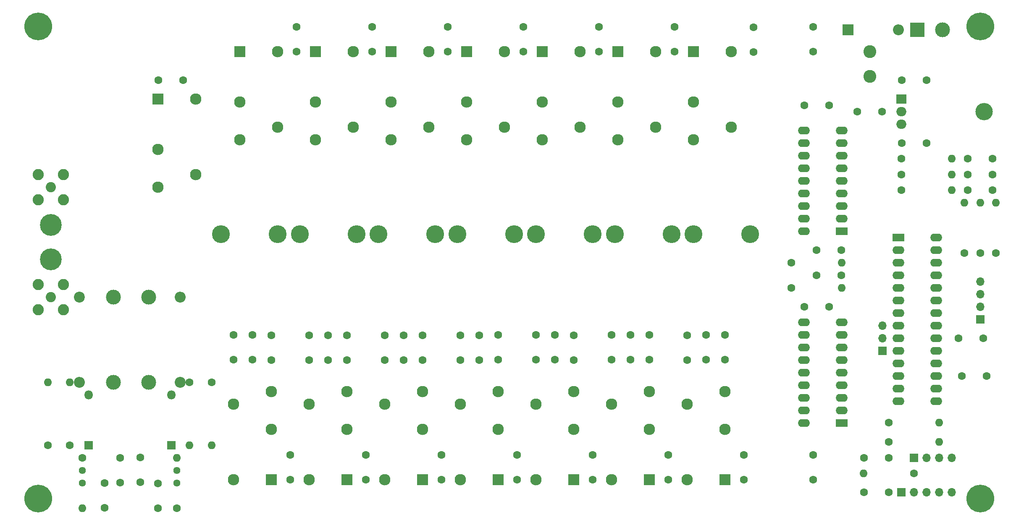
<source format=gbr>
%TF.GenerationSoftware,KiCad,Pcbnew,7.0.6-7.0.6~ubuntu22.04.1*%
%TF.CreationDate,2023-08-27T09:10:39+02:00*%
%TF.ProjectId,ATU-7X7-RF-SEC-VG2,4154552d-3758-4372-9d52-462d5345432d,1*%
%TF.SameCoordinates,Original*%
%TF.FileFunction,Soldermask,Top*%
%TF.FilePolarity,Negative*%
%FSLAX46Y46*%
G04 Gerber Fmt 4.6, Leading zero omitted, Abs format (unit mm)*
G04 Created by KiCad (PCBNEW 7.0.6-7.0.6~ubuntu22.04.1) date 2023-08-27 09:10:39*
%MOMM*%
%LPD*%
G01*
G04 APERTURE LIST*
%ADD10C,1.600000*%
%ADD11C,4.400000*%
%ADD12R,1.800000X1.800000*%
%ADD13O,1.800000X1.800000*%
%ADD14C,3.600000*%
%ADD15C,5.600000*%
%ADD16R,2.200000X2.200000*%
%ADD17O,2.200000X2.200000*%
%ADD18R,2.300000X2.300000*%
%ADD19C,2.300000*%
%ADD20C,2.050000*%
%ADD21C,2.250000*%
%ADD22C,1.440000*%
%ADD23O,1.600000X1.600000*%
%ADD24R,2.400000X1.600000*%
%ADD25O,2.400000X1.600000*%
%ADD26C,2.200000*%
%ADD27C,3.000000*%
%ADD28R,1.700000X1.700000*%
%ADD29O,1.700000X1.700000*%
%ADD30R,3.000000X3.000000*%
%ADD31O,3.500000X3.500000*%
%ADD32R,2.000000X1.905000*%
%ADD33O,2.000000X1.905000*%
%ADD34C,2.600000*%
G04 APERTURE END LIST*
D10*
%TO.C,C30*%
X271780000Y-190540000D03*
X271780000Y-195540000D03*
%TD*%
D11*
%TO.C,J13*%
X118110000Y-144145000D03*
%TD*%
D10*
%TO.C,C4.1*%
X204470000Y-166450000D03*
X204470000Y-171450000D03*
%TD*%
%TO.C,C6.2*%
X231140000Y-166370000D03*
X231140000Y-171370000D03*
%TD*%
%TO.C,C7.2*%
X246380000Y-166410000D03*
X246380000Y-171410000D03*
%TD*%
%TO.C,C1.2*%
X154940000Y-166370000D03*
X154940000Y-171370000D03*
%TD*%
%TO.C,C2.2*%
X170180000Y-166450000D03*
X170180000Y-171450000D03*
%TD*%
%TO.C,C3.2*%
X193040000Y-166410000D03*
X193040000Y-171410000D03*
%TD*%
%TO.C,C4.2*%
X200660000Y-166450000D03*
X200660000Y-171450000D03*
%TD*%
%TO.C,C6*%
X238760000Y-166330000D03*
X238760000Y-171330000D03*
%TD*%
%TO.C,C6.1*%
X234950000Y-166330000D03*
X234950000Y-171330000D03*
%TD*%
%TO.C,C7.1*%
X254000000Y-166370000D03*
X254000000Y-171370000D03*
%TD*%
%TO.C,C1.1*%
X158750000Y-166370000D03*
X158750000Y-171370000D03*
%TD*%
%TO.C,C2*%
X177800000Y-166410000D03*
X177800000Y-171410000D03*
%TD*%
%TO.C,C2.1*%
X173990000Y-166410000D03*
X173990000Y-171410000D03*
%TD*%
%TO.C,C3*%
X185420000Y-166410000D03*
X185420000Y-171410000D03*
%TD*%
%TO.C,C3.1*%
X189230000Y-166410000D03*
X189230000Y-171410000D03*
%TD*%
%TO.C,C4*%
X208280000Y-166370000D03*
X208280000Y-171370000D03*
%TD*%
D11*
%TO.C,J15*%
X118110000Y-151130000D03*
%TD*%
D10*
%TO.C,C5.2*%
X215900000Y-166370000D03*
X215900000Y-171370000D03*
%TD*%
%TO.C,C5*%
X219710000Y-166370000D03*
X219710000Y-171370000D03*
%TD*%
%TO.C,C5.1*%
X223520000Y-166410000D03*
X223520000Y-171410000D03*
%TD*%
%TO.C,C7*%
X250190000Y-166370000D03*
X250190000Y-171370000D03*
%TD*%
%TO.C,C1*%
X162560000Y-166410000D03*
X162560000Y-171410000D03*
%TD*%
D12*
%TO.C,D1*%
X142367000Y-188595000D03*
D13*
X142367000Y-178435000D03*
%TD*%
D14*
%TO.C,L2*%
X179705000Y-146050000D03*
X168265000Y-146050000D03*
%TD*%
D15*
%TO.C,H3*%
X115570000Y-199390000D03*
%TD*%
D16*
%TO.C,D3*%
X278765000Y-104775000D03*
D17*
X288925000Y-104775000D03*
%TD*%
D18*
%TO.C,K5*%
X217180000Y-109235000D03*
D19*
X217180000Y-119395000D03*
X217180000Y-127015000D03*
X224800000Y-124475000D03*
X224800000Y-109235000D03*
%TD*%
D15*
%TO.C,H4*%
X305435000Y-199390000D03*
%TD*%
D10*
%TO.C,C15*%
X213360000Y-109220000D03*
X213360000Y-104220000D03*
%TD*%
D18*
%TO.C,K1*%
X156220000Y-109220000D03*
D19*
X156220000Y-119380000D03*
X156220000Y-127000000D03*
X163840000Y-124460000D03*
X163840000Y-109220000D03*
%TD*%
D10*
%TO.C,C26*%
X257810000Y-195580000D03*
X257810000Y-190580000D03*
%TD*%
D20*
%TO.C,J10*%
X118110000Y-136525000D03*
D21*
X115570000Y-133985000D03*
X115570000Y-139065000D03*
X120650000Y-133985000D03*
X120650000Y-139065000D03*
%TD*%
D22*
%TO.C,RV2*%
X124460000Y-191135000D03*
X124460000Y-193675000D03*
X124460000Y-196215000D03*
%TD*%
D18*
%TO.C,K4*%
X201930000Y-109220000D03*
D19*
X201930000Y-119380000D03*
X201930000Y-127000000D03*
X209550000Y-124460000D03*
X209550000Y-109220000D03*
%TD*%
D10*
%TO.C,C41*%
X302935000Y-137160000D03*
X307935000Y-137160000D03*
%TD*%
%TO.C,C40*%
X287020000Y-191135000D03*
X282020000Y-191135000D03*
%TD*%
D14*
%TO.C,L3*%
X195580000Y-146050000D03*
X184140000Y-146050000D03*
%TD*%
D10*
%TO.C,C8*%
X136144000Y-196088000D03*
X136144000Y-191088000D03*
%TD*%
%TO.C,R4*%
X124460000Y-191135000D03*
D23*
X124460000Y-201295000D03*
%TD*%
D22*
%TO.C,RV1*%
X143510000Y-191135000D03*
X143510000Y-193675000D03*
X143510000Y-196215000D03*
%TD*%
D10*
%TO.C,C11*%
X128905000Y-196255000D03*
X128905000Y-201255000D03*
%TD*%
D24*
%TO.C,U1*%
X277495000Y-145415000D03*
D25*
X277495000Y-142875000D03*
X277495000Y-140335000D03*
X277495000Y-137795000D03*
X277495000Y-135255000D03*
X277495000Y-132715000D03*
X277495000Y-130175000D03*
X277495000Y-127635000D03*
X277495000Y-125095000D03*
X269875000Y-125095000D03*
X269875000Y-127635000D03*
X269875000Y-130175000D03*
X269875000Y-132715000D03*
X269875000Y-135255000D03*
X269875000Y-137795000D03*
X269875000Y-140335000D03*
X269875000Y-142875000D03*
X269875000Y-145415000D03*
%TD*%
D18*
%TO.C,K6*%
X232420000Y-109235000D03*
D19*
X232420000Y-119395000D03*
X232420000Y-127015000D03*
X240040000Y-124475000D03*
X240040000Y-109235000D03*
%TD*%
D10*
%TO.C,R10*%
X289560000Y-130810000D03*
D23*
X299720000Y-130810000D03*
%TD*%
D18*
%TO.C,K10*%
X177790000Y-195565000D03*
D19*
X177790000Y-185405000D03*
X177790000Y-177785000D03*
X170170000Y-180325000D03*
X170170000Y-195565000D03*
%TD*%
D10*
%TO.C,C29*%
X277455000Y-154305000D03*
X272455000Y-154305000D03*
%TD*%
%TO.C,R6*%
X267335000Y-151765000D03*
D23*
X277495000Y-151765000D03*
%TD*%
D10*
%TO.C,C39*%
X287020000Y-198120000D03*
X282020000Y-198120000D03*
%TD*%
D18*
%TO.C,K12*%
X208280000Y-195580000D03*
D19*
X208280000Y-185420000D03*
X208280000Y-177800000D03*
X200660000Y-180340000D03*
X200660000Y-195580000D03*
%TD*%
D26*
%TO.C,T2*%
X144145000Y-175895000D03*
D17*
X123825000Y-175895000D03*
%TD*%
D10*
%TO.C,R12*%
X287020000Y-187960000D03*
D23*
X297180000Y-187960000D03*
%TD*%
D26*
%TO.C,T1*%
X123825000Y-158750000D03*
D17*
X144145000Y-158750000D03*
%TD*%
D18*
%TO.C,K9*%
X162560000Y-195580000D03*
D19*
X162560000Y-185420000D03*
X162560000Y-177800000D03*
X154940000Y-180340000D03*
X154940000Y-195580000D03*
%TD*%
D18*
%TO.C,K11*%
X193040000Y-195580000D03*
D19*
X193040000Y-185420000D03*
X193040000Y-177800000D03*
X185420000Y-180340000D03*
X185420000Y-195580000D03*
%TD*%
D18*
%TO.C,K8*%
X139710000Y-118760000D03*
D19*
X139710000Y-128920000D03*
X139710000Y-136540000D03*
X147330000Y-134000000D03*
X147330000Y-118760000D03*
%TD*%
D14*
%TO.C,L7*%
X259080000Y-146050000D03*
X247640000Y-146050000D03*
%TD*%
D10*
%TO.C,C22*%
X196850000Y-195540000D03*
X196850000Y-190540000D03*
%TD*%
D27*
%TO.C,T1.1*%
X137795000Y-158750000D03*
X130695000Y-158750000D03*
%TD*%
D10*
%TO.C,R2.1*%
X117475000Y-188595000D03*
D23*
X117475000Y-175895000D03*
%TD*%
D10*
%TO.C,C37*%
X302895000Y-130810000D03*
X307895000Y-130810000D03*
%TD*%
D14*
%TO.C,L1*%
X163830000Y-146050000D03*
X152390000Y-146050000D03*
%TD*%
D10*
%TO.C,C33*%
X294600000Y-114935000D03*
X289600000Y-114935000D03*
%TD*%
%TO.C,C17*%
X243840000Y-109220000D03*
X243840000Y-104220000D03*
%TD*%
D24*
%TO.C,U2*%
X277495000Y-184150000D03*
D25*
X277495000Y-181610000D03*
X277495000Y-179070000D03*
X277495000Y-176530000D03*
X277495000Y-173990000D03*
X277495000Y-171450000D03*
X277495000Y-168910000D03*
X277495000Y-166370000D03*
X277495000Y-163830000D03*
X269875000Y-163830000D03*
X269875000Y-166370000D03*
X269875000Y-168910000D03*
X269875000Y-171450000D03*
X269875000Y-173990000D03*
X269875000Y-176530000D03*
X269875000Y-179070000D03*
X269875000Y-181610000D03*
X269875000Y-184150000D03*
%TD*%
D10*
%TO.C,C25*%
X242570000Y-195580000D03*
X242570000Y-190580000D03*
%TD*%
D27*
%TO.C,T2.1*%
X130695000Y-175895000D03*
X137795000Y-175895000D03*
%TD*%
D18*
%TO.C,K2*%
X171450000Y-109220000D03*
D19*
X171450000Y-119380000D03*
X171450000Y-127000000D03*
X179070000Y-124460000D03*
X179070000Y-109220000D03*
%TD*%
D10*
%TO.C,C13*%
X182880000Y-109220000D03*
X182880000Y-104220000D03*
%TD*%
D14*
%TO.C,L4*%
X211455000Y-146050000D03*
X200015000Y-146050000D03*
%TD*%
D10*
%TO.C,C28*%
X274955000Y-160655000D03*
X269955000Y-160655000D03*
%TD*%
D14*
%TO.C,L5*%
X227330000Y-146050000D03*
X215890000Y-146050000D03*
%TD*%
D28*
%TO.C,J7*%
X292100000Y-191135000D03*
D29*
X294640000Y-191135000D03*
X297180000Y-191135000D03*
X299720000Y-191135000D03*
%TD*%
D10*
%TO.C,C34*%
X294600000Y-127635000D03*
X289600000Y-127635000D03*
%TD*%
%TO.C,C36*%
X306070000Y-167005000D03*
X301070000Y-167005000D03*
%TD*%
D15*
%TO.C,H2*%
X305435000Y-104140000D03*
%TD*%
D18*
%TO.C,K14*%
X238760000Y-195580000D03*
D19*
X238760000Y-185420000D03*
X238760000Y-177800000D03*
X231140000Y-180340000D03*
X231140000Y-195580000D03*
%TD*%
D10*
%TO.C,R5*%
X267335000Y-156845000D03*
D23*
X277495000Y-156845000D03*
%TD*%
D10*
%TO.C,C27*%
X274955000Y-120015000D03*
X269955000Y-120015000D03*
%TD*%
%TO.C,C19*%
X144740000Y-114935000D03*
X139740000Y-114935000D03*
%TD*%
D28*
%TO.C,J4*%
X285750000Y-169545000D03*
D29*
X285750000Y-167005000D03*
X285750000Y-164465000D03*
%TD*%
D10*
%TO.C,C32*%
X277455000Y-149225000D03*
X272455000Y-149225000D03*
%TD*%
%TO.C,R9*%
X289560000Y-133985000D03*
D23*
X299720000Y-133985000D03*
%TD*%
D10*
%TO.C,C35*%
X280670000Y-121285000D03*
X285670000Y-121285000D03*
%TD*%
%TO.C,C42*%
X302935000Y-133985000D03*
X307935000Y-133985000D03*
%TD*%
D15*
%TO.C,H1*%
X115570000Y-104140000D03*
%TD*%
D10*
%TO.C,R14*%
X305435000Y-149860000D03*
D23*
X305435000Y-139700000D03*
%TD*%
D10*
%TO.C,R1.1*%
X150495000Y-175895000D03*
D23*
X150495000Y-188595000D03*
%TD*%
D10*
%TO.C,C31*%
X271780000Y-109220000D03*
X271780000Y-104220000D03*
%TD*%
%TO.C,R3*%
X143510000Y-201295000D03*
D23*
X143510000Y-191135000D03*
%TD*%
D20*
%TO.C,J11*%
X118110000Y-158750000D03*
D21*
X115570000Y-156210000D03*
X115570000Y-161290000D03*
X120650000Y-156210000D03*
X120650000Y-161290000D03*
%TD*%
D10*
%TO.C,R15*%
X302260000Y-149860000D03*
D23*
X302260000Y-139700000D03*
%TD*%
D10*
%TO.C,C9*%
X132080000Y-191135000D03*
X132080000Y-196135000D03*
%TD*%
%TO.C,R11*%
X292100000Y-194310000D03*
D23*
X281940000Y-194310000D03*
%TD*%
D28*
%TO.C,J6*%
X289560000Y-198120000D03*
D29*
X292100000Y-198120000D03*
X294640000Y-198120000D03*
X297180000Y-198120000D03*
X299720000Y-198120000D03*
%TD*%
D18*
%TO.C,K7*%
X247660000Y-109235000D03*
D19*
X247660000Y-119395000D03*
X247660000Y-127015000D03*
X255280000Y-124475000D03*
X255280000Y-109235000D03*
%TD*%
D24*
%TO.C,U3*%
X288925000Y-146685000D03*
D25*
X288925000Y-149225000D03*
X288925000Y-151765000D03*
X288925000Y-154305000D03*
X288925000Y-156845000D03*
X288925000Y-159385000D03*
X288925000Y-161925000D03*
X288925000Y-164465000D03*
X288925000Y-167005000D03*
X288925000Y-169545000D03*
X288925000Y-172085000D03*
X288925000Y-174625000D03*
X288925000Y-177165000D03*
X288925000Y-179705000D03*
X296545000Y-179705000D03*
X296545000Y-177165000D03*
X296545000Y-174625000D03*
X296545000Y-172085000D03*
X296545000Y-169545000D03*
X296545000Y-167005000D03*
X296545000Y-164465000D03*
X296545000Y-161925000D03*
X296545000Y-159385000D03*
X296545000Y-156845000D03*
X296545000Y-154305000D03*
X296545000Y-151765000D03*
X296545000Y-149225000D03*
X296545000Y-146685000D03*
%TD*%
D10*
%TO.C,R8*%
X289560000Y-137160000D03*
D23*
X299720000Y-137160000D03*
%TD*%
D10*
%TO.C,R1*%
X146050000Y-175895000D03*
D23*
X146050000Y-188595000D03*
%TD*%
D30*
%TO.C,J3*%
X292735000Y-104775000D03*
D27*
X297815000Y-104775000D03*
%TD*%
D10*
%TO.C,R7*%
X308610000Y-149860000D03*
D23*
X308610000Y-139700000D03*
%TD*%
D10*
%TO.C,R2*%
X121920000Y-188595000D03*
D23*
X121920000Y-175895000D03*
%TD*%
D10*
%TO.C,C38*%
X301705000Y-174625000D03*
X306705000Y-174625000D03*
%TD*%
%TO.C,C21*%
X181610000Y-195580000D03*
X181610000Y-190580000D03*
%TD*%
%TO.C,C12*%
X167640000Y-109220000D03*
X167640000Y-104220000D03*
%TD*%
%TO.C,C23*%
X212090000Y-195580000D03*
X212090000Y-190580000D03*
%TD*%
D12*
%TO.C,D2*%
X125730000Y-188595000D03*
D13*
X125730000Y-178435000D03*
%TD*%
D10*
%TO.C,C18*%
X259715000Y-109260000D03*
X259715000Y-104260000D03*
%TD*%
D14*
%TO.C,L6*%
X243215000Y-146050000D03*
X231775000Y-146050000D03*
%TD*%
D10*
%TO.C,C16*%
X228600000Y-109220000D03*
X228600000Y-104220000D03*
%TD*%
D28*
%TO.C,J1*%
X305435000Y-163195000D03*
D29*
X305435000Y-160655000D03*
X305435000Y-158115000D03*
X305435000Y-155575000D03*
%TD*%
D10*
%TO.C,C10*%
X139700000Y-201295000D03*
X139700000Y-196295000D03*
%TD*%
D31*
%TO.C,U4*%
X306220000Y-121285000D03*
D32*
X289560000Y-118745000D03*
D33*
X289560000Y-121285000D03*
X289560000Y-123825000D03*
%TD*%
D34*
%TO.C,L8*%
X283210000Y-109220000D03*
X283210000Y-114220000D03*
%TD*%
D18*
%TO.C,K15*%
X254000000Y-195580000D03*
D19*
X254000000Y-185420000D03*
X254000000Y-177800000D03*
X246380000Y-180340000D03*
X246380000Y-195580000D03*
%TD*%
D10*
%TO.C,C20*%
X166370000Y-195580000D03*
X166370000Y-190580000D03*
%TD*%
%TO.C,C14*%
X198120000Y-109220000D03*
X198120000Y-104220000D03*
%TD*%
D18*
%TO.C,K13*%
X223520000Y-195580000D03*
D19*
X223520000Y-185420000D03*
X223520000Y-177800000D03*
X215900000Y-180340000D03*
X215900000Y-195580000D03*
%TD*%
D18*
%TO.C,K3*%
X186700000Y-109235000D03*
D19*
X186700000Y-119395000D03*
X186700000Y-127015000D03*
X194320000Y-124475000D03*
X194320000Y-109235000D03*
%TD*%
D10*
%TO.C,R13*%
X287020000Y-184023000D03*
D23*
X297180000Y-184023000D03*
%TD*%
D10*
%TO.C,C24*%
X227330000Y-195580000D03*
X227330000Y-190580000D03*
%TD*%
M02*

</source>
